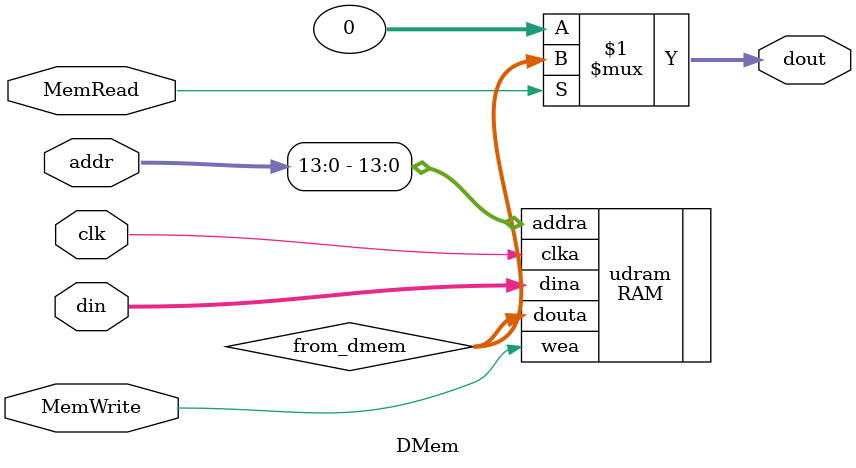
<source format=v>
`timescale 1ns / 1ps


module DMem(
    input clk,
    input MemRead,MemWrite,
    input [31:0] addr,
    input [31:0] din, 
    output[31:0] dout
);
    RAM udram(.clka(clk), .wea(MemWrite), .addra(addr[13:0]), .dina(din), .douta(from_dmem));
    wire [31:0] from_dmem;
    assign dout = MemRead ? from_dmem : 32'b0;

endmodule

</source>
